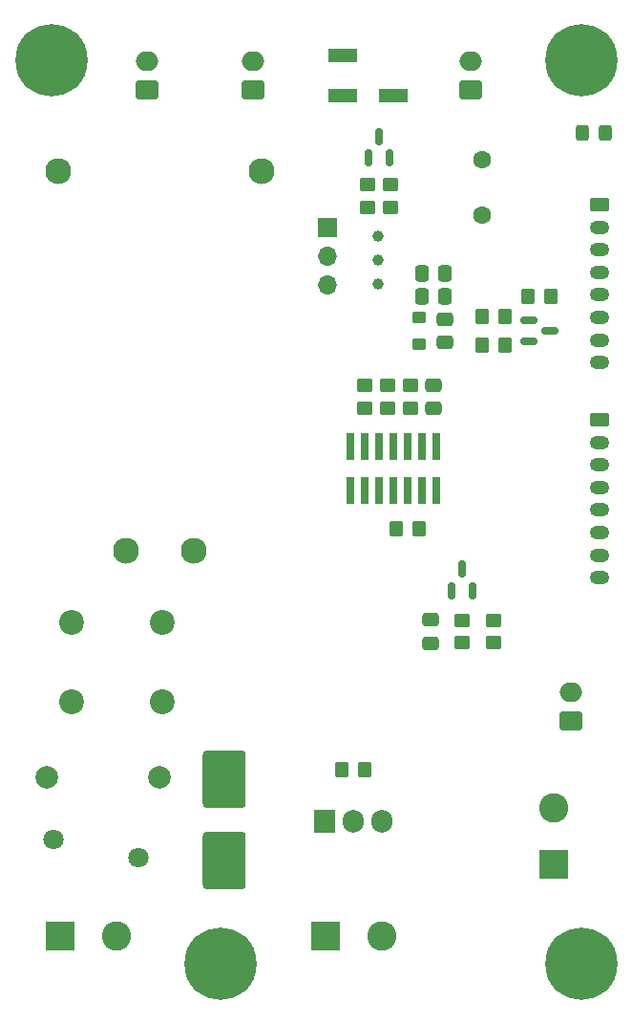
<source format=gts>
G04 #@! TF.GenerationSoftware,KiCad,Pcbnew,(7.0.0)*
G04 #@! TF.CreationDate,2023-02-19T07:45:38+03:00*
G04 #@! TF.ProjectId,pcb-heater,7063622d-6865-4617-9465-722e6b696361,rev?*
G04 #@! TF.SameCoordinates,Original*
G04 #@! TF.FileFunction,Soldermask,Top*
G04 #@! TF.FilePolarity,Negative*
%FSLAX46Y46*%
G04 Gerber Fmt 4.6, Leading zero omitted, Abs format (unit mm)*
G04 Created by KiCad (PCBNEW (7.0.0)) date 2023-02-19 07:45:38*
%MOMM*%
%LPD*%
G01*
G04 APERTURE LIST*
G04 Aperture macros list*
%AMRoundRect*
0 Rectangle with rounded corners*
0 $1 Rounding radius*
0 $2 $3 $4 $5 $6 $7 $8 $9 X,Y pos of 4 corners*
0 Add a 4 corners polygon primitive as box body*
4,1,4,$2,$3,$4,$5,$6,$7,$8,$9,$2,$3,0*
0 Add four circle primitives for the rounded corners*
1,1,$1+$1,$2,$3*
1,1,$1+$1,$4,$5*
1,1,$1+$1,$6,$7*
1,1,$1+$1,$8,$9*
0 Add four rect primitives between the rounded corners*
20,1,$1+$1,$2,$3,$4,$5,0*
20,1,$1+$1,$4,$5,$6,$7,0*
20,1,$1+$1,$6,$7,$8,$9,0*
20,1,$1+$1,$8,$9,$2,$3,0*%
G04 Aperture macros list end*
%ADD10R,2.600000X2.600000*%
%ADD11C,2.600000*%
%ADD12RoundRect,0.250000X-0.450000X0.350000X-0.450000X-0.350000X0.450000X-0.350000X0.450000X0.350000X0*%
%ADD13RoundRect,0.250000X0.450000X-0.350000X0.450000X0.350000X-0.450000X0.350000X-0.450000X-0.350000X0*%
%ADD14RoundRect,0.250000X0.475000X-0.337500X0.475000X0.337500X-0.475000X0.337500X-0.475000X-0.337500X0*%
%ADD15RoundRect,0.250000X-0.475000X0.337500X-0.475000X-0.337500X0.475000X-0.337500X0.475000X0.337500X0*%
%ADD16RoundRect,0.250000X0.350000X0.450000X-0.350000X0.450000X-0.350000X-0.450000X0.350000X-0.450000X0*%
%ADD17RoundRect,0.250000X0.750000X-0.600000X0.750000X0.600000X-0.750000X0.600000X-0.750000X-0.600000X0*%
%ADD18O,2.000000X1.700000*%
%ADD19C,1.600000*%
%ADD20RoundRect,0.250000X-0.350000X-0.450000X0.350000X-0.450000X0.350000X0.450000X-0.350000X0.450000X0*%
%ADD21RoundRect,0.150000X0.150000X-0.587500X0.150000X0.587500X-0.150000X0.587500X-0.150000X-0.587500X0*%
%ADD22C,0.800000*%
%ADD23C,6.400000*%
%ADD24RoundRect,0.250000X-0.337500X-0.475000X0.337500X-0.475000X0.337500X0.475000X-0.337500X0.475000X0*%
%ADD25R,0.740000X2.400000*%
%ADD26C,2.300000*%
%ADD27R,1.700000X1.700000*%
%ADD28O,1.700000X1.700000*%
%ADD29C,2.200000*%
%ADD30RoundRect,0.150000X-0.587500X-0.150000X0.587500X-0.150000X0.587500X0.150000X-0.587500X0.150000X0*%
%ADD31C,1.000000*%
%ADD32RoundRect,0.250000X-0.625000X0.350000X-0.625000X-0.350000X0.625000X-0.350000X0.625000X0.350000X0*%
%ADD33O,1.750000X1.200000*%
%ADD34RoundRect,0.250000X-0.350000X0.275000X-0.350000X-0.275000X0.350000X-0.275000X0.350000X0.275000X0*%
%ADD35RoundRect,0.250000X-0.325000X-0.450000X0.325000X-0.450000X0.325000X0.450000X-0.325000X0.450000X0*%
%ADD36RoundRect,0.304800X1.600200X-2.235200X1.600200X2.235200X-1.600200X2.235200X-1.600200X-2.235200X0*%
%ADD37R,2.500000X1.200000*%
%ADD38R,1.905000X2.000000*%
%ADD39O,1.905000X2.000000*%
%ADD40C,1.800000*%
%ADD41C,2.000000*%
G04 APERTURE END LIST*
D10*
X148597999Y-125201999D03*
D11*
X148598000Y-120202000D03*
D12*
X133858000Y-82820000D03*
X133858000Y-84820000D03*
D13*
X140462000Y-105600750D03*
X140462000Y-103600750D03*
D14*
X137668000Y-105638250D03*
X137668000Y-103563250D03*
D15*
X137922000Y-82782500D03*
X137922000Y-84857500D03*
D16*
X136636000Y-95504000D03*
X134636000Y-95504000D03*
D17*
X141207000Y-56622000D03*
D18*
X141206999Y-54121999D03*
D19*
X142240000Y-67728000D03*
X142240000Y-62828000D03*
D20*
X146320000Y-74930000D03*
X148320000Y-74930000D03*
D21*
X132146000Y-62659500D03*
X134046000Y-62659500D03*
X133096000Y-60784500D03*
D12*
X135890000Y-82820000D03*
X135890000Y-84820000D03*
D22*
X101600000Y-54000000D03*
X102302944Y-52302944D03*
X102302944Y-55697056D03*
X104000000Y-51600000D03*
D23*
X104000000Y-54000000D03*
D22*
X104000000Y-56400000D03*
X105697056Y-52302944D03*
X105697056Y-55697056D03*
X106400000Y-54000000D03*
D14*
X138938000Y-79015500D03*
X138938000Y-76940500D03*
D24*
X136884500Y-74930000D03*
X138959500Y-74930000D03*
D25*
X130555999Y-92119999D03*
X130555999Y-88219999D03*
X131825999Y-92119999D03*
X131825999Y-88219999D03*
X133095999Y-92119999D03*
X133095999Y-88219999D03*
X134365999Y-92119999D03*
X134365999Y-88219999D03*
X135635999Y-92119999D03*
X135635999Y-88219999D03*
X136905999Y-92119999D03*
X136905999Y-88219999D03*
X138175999Y-92119999D03*
X138175999Y-88219999D03*
D26*
X110665000Y-97445000D03*
X116665000Y-97445000D03*
X104665000Y-63845000D03*
X122665000Y-63845000D03*
D13*
X134112000Y-67039999D03*
X134112000Y-65039999D03*
D27*
X128523999Y-68833999D03*
D28*
X128523999Y-71373999D03*
X128523999Y-73913999D03*
D24*
X136884500Y-72898000D03*
X138959500Y-72898000D03*
D29*
X105855000Y-110815000D03*
X105855000Y-103815000D03*
X113855000Y-110815000D03*
X113855000Y-103815000D03*
D30*
X146382500Y-77028000D03*
X146382500Y-78928000D03*
X148257500Y-77978000D03*
D31*
X133000000Y-69600000D03*
D22*
X148600000Y-54000000D03*
X149302944Y-52302944D03*
X149302944Y-55697056D03*
X151000000Y-51600000D03*
D23*
X151000000Y-54000000D03*
D22*
X151000000Y-56400000D03*
X152697056Y-52302944D03*
X152697056Y-55697056D03*
X153400000Y-54000000D03*
D32*
X152654000Y-85852000D03*
D33*
X152653999Y-87851999D03*
X152653999Y-89851999D03*
X152653999Y-91851999D03*
X152653999Y-93851999D03*
X152653999Y-95851999D03*
X152653999Y-97851999D03*
X152653999Y-99851999D03*
D34*
X136652000Y-76828000D03*
X136652000Y-79128000D03*
D17*
X150096999Y-112502000D03*
D18*
X150096998Y-110001999D03*
D10*
X128309999Y-131579999D03*
D11*
X133310000Y-131580000D03*
D32*
X152654000Y-66802000D03*
D33*
X152653999Y-68801999D03*
X152653999Y-70801999D03*
X152653999Y-72801999D03*
X152653999Y-74801999D03*
X152653999Y-76801999D03*
X152653999Y-78801999D03*
X152653999Y-80801999D03*
D35*
X151121000Y-60452000D03*
X153171000Y-60452000D03*
D31*
X133000000Y-71700000D03*
D12*
X131826000Y-82820000D03*
X131826000Y-84820000D03*
D21*
X139512000Y-100966250D03*
X141412000Y-100966250D03*
X140462000Y-99091250D03*
D12*
X143256000Y-103600750D03*
X143256000Y-105600750D03*
D16*
X144256000Y-76708000D03*
X142256000Y-76708000D03*
D36*
X119380000Y-124895000D03*
X119380000Y-117675000D03*
D10*
X104814999Y-131579999D03*
D11*
X109815000Y-131580000D03*
D20*
X142256000Y-79248000D03*
X144256000Y-79248000D03*
D37*
X129829999Y-53621999D03*
X129829999Y-57121999D03*
X134329999Y-57121999D03*
D20*
X129810000Y-116840000D03*
X131810000Y-116840000D03*
D38*
X128259999Y-121411999D03*
D39*
X130799999Y-121411999D03*
X133339999Y-121411999D03*
D31*
X133000000Y-73800000D03*
D12*
X132080000Y-65039999D03*
X132080000Y-67039999D03*
D17*
X121902999Y-56622000D03*
D18*
X121902998Y-54121999D03*
D22*
X148600000Y-134000000D03*
X149302944Y-132302944D03*
X149302944Y-135697056D03*
X151000000Y-131600000D03*
D23*
X151000000Y-134000000D03*
D22*
X151000000Y-136400000D03*
X152697056Y-132302944D03*
X152697056Y-135697056D03*
X153400000Y-134000000D03*
D17*
X112505000Y-56622000D03*
D18*
X112504999Y-54121999D03*
D40*
X104200000Y-123005000D03*
X111700000Y-124638330D03*
D22*
X116600000Y-134000000D03*
X117302944Y-132302944D03*
X117302944Y-135697056D03*
X119000000Y-131600000D03*
D23*
X119000000Y-134000000D03*
D22*
X119000000Y-136400000D03*
X120697056Y-132302944D03*
X120697056Y-135697056D03*
X121400000Y-134000000D03*
D41*
X103585000Y-117475000D03*
X113585000Y-117475000D03*
M02*

</source>
